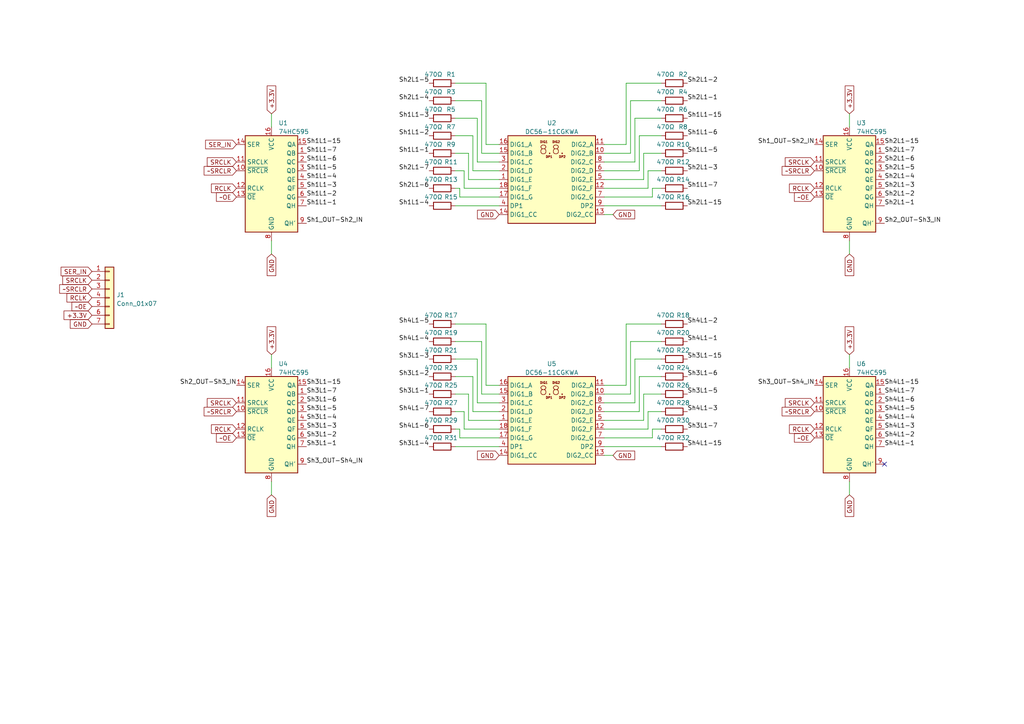
<source format=kicad_sch>
(kicad_sch (version 20211123) (generator eeschema)
  (paper "A4")
  (lib_symbols
    (symbol "74xx:74HC595"
      (property "Reference" "U" (at -7.62 13.97 0))
      (property "Value" "74HC595" (at -7.62 -16.51 0))
      (symbol "74HC595_1_0"
        (pin tri_state line (at 10.16 7.62 180) (length 2.54) (name "QB") (number "1"))
        (pin input line (at -10.16 2.54 0) (length 2.54) (name "~{SRCLR}") (number "10"))
        (pin input line (at -10.16 5.08 0) (length 2.54) (name "SRCLK") (number "11"))
        (pin input line (at -10.16 -2.54 0) (length 2.54) (name "RCLK") (number "12"))
        (pin input line (at -10.16 -5.08 0) (length 2.54) (name "~{OE}") (number "13"))
        (pin input line (at -10.16 10.16 0) (length 2.54) (name "SER") (number "14"))
        (pin tri_state line (at 10.16 10.16 180) (length 2.54) (name "QA") (number "15"))
        (pin power_in line (at 0 15.24 270) (length 2.54) (name "VCC") (number "16"))
        (pin tri_state line (at 10.16 5.08 180) (length 2.54) (name "QC") (number "2"))
        (pin tri_state line (at 10.16 2.54 180) (length 2.54) (name "QD") (number "3"))
        (pin tri_state line (at 10.16 0 180) (length 2.54) (name "QE") (number "4"))
        (pin tri_state line (at 10.16 -2.54 180) (length 2.54) (name "QF") (number "5"))
        (pin tri_state line (at 10.16 -5.08 180) (length 2.54) (name "QG") (number "6"))
        (pin tri_state line (at 10.16 -7.62 180) (length 2.54) (name "QH") (number "7"))
        (pin power_in line (at 0 -17.78 90) (length 2.54) (name "GND") (number "8"))
        (pin output line (at 10.16 -12.7 180) (length 2.54) (name "QH'") (number "9"))
      )
      (symbol "74HC595_1_1"
        (rectangle (start -7.62 12.7) (end 7.62 -15.24) (stroke (width 0.254)) (fill (type background)))
      )
    )
    (symbol "Connector_Generic:Conn_01x07" (pin_names (offset 1.016) hide)
      (property "Reference" "J" (at 0 10.16 0))
      (property "Value" "Conn_01x07" (at 0 -10.16 0))
      (symbol "Conn_01x07_1_1"
        (rectangle (start -1.27 -7.493) (end 0 -7.747) (stroke (width 0.1524)))
        (rectangle (start -1.27 -4.953) (end 0 -5.207) (stroke (width 0.1524)))
        (rectangle (start -1.27 -2.413) (end 0 -2.667) (stroke (width 0.1524)))
        (rectangle (start -1.27 0.127) (end 0 -0.127) (stroke (width 0.1524)))
        (rectangle (start -1.27 2.667) (end 0 2.413) (stroke (width 0.1524)))
        (rectangle (start -1.27 5.207) (end 0 4.953) (stroke (width 0.1524)))
        (rectangle (start -1.27 7.747) (end 0 7.493) (stroke (width 0.1524)))
        (rectangle (start -1.27 8.89) (end 1.27 -8.89) (stroke (width 0.254)) (fill (type background)))
        (pin passive line (at -5.08 7.62 0) (length 3.81) (name "Pin_1") (number "1"))
        (pin passive line (at -5.08 5.08 0) (length 3.81) (name "Pin_2") (number "2"))
        (pin passive line (at -5.08 2.54 0) (length 3.81) (name "Pin_3") (number "3"))
        (pin passive line (at -5.08 0 0) (length 3.81) (name "Pin_4") (number "4"))
        (pin passive line (at -5.08 -2.54 0) (length 3.81) (name "Pin_5") (number "5"))
        (pin passive line (at -5.08 -5.08 0) (length 3.81) (name "Pin_6") (number "6"))
        (pin passive line (at -5.08 -7.62 0) (length 3.81) (name "Pin_7") (number "7"))
      )
    )
    (symbol "Device:R" (pin_numbers hide) (pin_names (offset 0))
      (property "Reference" "R" (at 2.032 0 90))
      (property "Value" "R" (at 0 0 90))
      (symbol "R_0_1"
        (rectangle (start -1.016 -2.54) (end 1.016 2.54) (stroke (width 0.254)))
      )
      (symbol "R_1_1"
        (pin passive line (at 0 3.81 270) (length 1.27) (name "~") (number "1"))
        (pin passive line (at 0 -3.81 90) (length 1.27) (name "~") (number "2"))
      )
    )
    (symbol "Display_Character:DC56-11CGKWA"
      (property "Reference" "U" (at -11.43 13.97 0))
      (property "Value" "DC56-11CGKWA" (at 12.065 13.97 0))
      (symbol "DC56-11CGKWA_0_0"
        (text "8.8." (at 0 8.636 0) (effects (font (size 2.54 2.54))))
        (text "DIG1" (at -2.286 10.922 0) (effects (font (size 0.635 0.635))))
        (text "DIG2" (at 1.27 10.922 0) (effects (font (size 0.635 0.635))))
        (text "DP1" (at -0.762 6.604 0) (effects (font (size 0.635 0.635))))
        (text "DP2" (at 3.048 6.604 0) (effects (font (size 0.635 0.635))))
      )
      (symbol "DC56-11CGKWA_0_1"
        (rectangle (start -12.7 12.7) (end 12.7 -12.7) (stroke (width 0.254)) (fill (type background)))
      )
      (symbol "DC56-11CGKWA_1_1"
        (pin input line (at -15.24 0 0) (length 2.54) (name "DIG1_E") (number "1"))
        (pin input line (at 15.24 7.62 180) (length 2.54) (name "DIG2_B") (number "10"))
        (pin input line (at 15.24 10.16 180) (length 2.54) (name "DIG2_A") (number "11"))
        (pin input line (at 15.24 -2.54 180) (length 2.54) (name "DIG2_F") (number "12"))
        (pin input line (at 15.24 -10.16 180) (length 2.54) (name "DIG2_CC") (number "13"))
        (pin input line (at -15.24 -10.16 0) (length 2.54) (name "DIG1_CC") (number "14"))
        (pin input line (at -15.24 7.62 0) (length 2.54) (name "DIG1_B") (number "15"))
        (pin input line (at -15.24 10.16 0) (length 2.54) (name "DIG1_A") (number "16"))
        (pin input line (at -15.24 -5.08 0) (length 2.54) (name "DIG1_G") (number "17"))
        (pin input line (at -15.24 -2.54 0) (length 2.54) (name "DIG1_F") (number "18"))
        (pin input line (at -15.24 2.54 0) (length 2.54) (name "DIG1_D") (number "2"))
        (pin input line (at -15.24 5.08 0) (length 2.54) (name "DIG1_C") (number "3"))
        (pin input line (at -15.24 -7.62 0) (length 2.54) (name "DP1") (number "4"))
        (pin input line (at 15.24 0 180) (length 2.54) (name "DIG2_E") (number "5"))
        (pin input line (at 15.24 2.54 180) (length 2.54) (name "DIG2_D") (number "6"))
        (pin input line (at 15.24 -5.08 180) (length 2.54) (name "DIG2_G") (number "7"))
        (pin input line (at 15.24 5.08 180) (length 2.54) (name "DIG2_C") (number "8"))
        (pin input line (at 15.24 -7.62 180) (length 2.54) (name "DP2") (number "9"))
      )
    )
  )
  (no_connect (at 256.54 134.62))
  (wire (pts (xy 181.61 24.13) (xy 191.77 24.13)))
  (wire (pts (xy 140.97 24.13) (xy 140.97 41.91)))
  (wire (pts (xy 139.7 29.21) (xy 139.7 44.45)))
  (wire (pts (xy 132.08 39.37) (xy 137.16 39.37)))
  (wire (pts (xy 132.08 109.22) (xy 137.16 109.22)))
  (wire (pts (xy 134.62 124.46) (xy 144.78 124.46)))
  (wire (pts (xy 186.69 52.07) (xy 186.69 44.45)))
  (wire (pts (xy 175.26 62.23) (xy 177.8 62.23)))
  (wire (pts (xy 132.08 49.53) (xy 134.62 49.53)))
  (wire (pts (xy 78.74 69.85) (xy 78.74 73.66)))
  (wire (pts (xy 185.42 39.37) (xy 191.77 39.37)))
  (wire (pts (xy 181.61 41.91) (xy 181.61 24.13)))
  (wire (pts (xy 187.96 49.53) (xy 191.77 49.53)))
  (wire (pts (xy 246.38 102.87) (xy 246.38 106.68)))
  (wire (pts (xy 138.43 46.99) (xy 144.78 46.99)))
  (wire (pts (xy 189.23 124.46) (xy 191.77 124.46)))
  (wire (pts (xy 175.26 57.15) (xy 189.23 57.15)))
  (wire (pts (xy 184.15 46.99) (xy 184.15 34.29)))
  (wire (pts (xy 182.88 29.21) (xy 191.77 29.21)))
  (wire (pts (xy 184.15 116.84) (xy 184.15 104.14)))
  (wire (pts (xy 189.23 54.61) (xy 191.77 54.61)))
  (wire (pts (xy 246.38 69.85) (xy 246.38 73.66)))
  (wire (pts (xy 137.16 39.37) (xy 137.16 49.53)))
  (wire (pts (xy 185.42 119.38) (xy 185.42 109.22)))
  (wire (pts (xy 133.35 124.46) (xy 133.35 127)))
  (wire (pts (xy 134.62 54.61) (xy 144.78 54.61)))
  (wire (pts (xy 185.42 49.53) (xy 185.42 39.37)))
  (wire (pts (xy 138.43 34.29) (xy 138.43 46.99)))
  (wire (pts (xy 132.08 93.98) (xy 140.97 93.98)))
  (wire (pts (xy 184.15 34.29) (xy 191.77 34.29)))
  (wire (pts (xy 175.26 132.08) (xy 177.8 132.08)))
  (wire (pts (xy 175.26 41.91) (xy 181.61 41.91)))
  (wire (pts (xy 175.26 129.54) (xy 191.77 129.54)))
  (wire (pts (xy 138.43 116.84) (xy 144.78 116.84)))
  (wire (pts (xy 185.42 109.22) (xy 191.77 109.22)))
  (wire (pts (xy 189.23 127) (xy 189.23 124.46)))
  (wire (pts (xy 139.7 44.45) (xy 144.78 44.45)))
  (wire (pts (xy 246.38 33.02) (xy 246.38 36.83)))
  (wire (pts (xy 132.08 119.38) (xy 134.62 119.38)))
  (wire (pts (xy 186.69 44.45) (xy 191.77 44.45)))
  (wire (pts (xy 133.35 127) (xy 144.78 127)))
  (wire (pts (xy 132.08 59.69) (xy 144.78 59.69)))
  (wire (pts (xy 187.96 119.38) (xy 191.77 119.38)))
  (wire (pts (xy 175.26 59.69) (xy 191.77 59.69)))
  (wire (pts (xy 175.26 119.38) (xy 185.42 119.38)))
  (wire (pts (xy 132.08 24.13) (xy 140.97 24.13)))
  (wire (pts (xy 182.88 114.3) (xy 182.88 99.06)))
  (wire (pts (xy 138.43 104.14) (xy 138.43 116.84)))
  (wire (pts (xy 139.7 99.06) (xy 139.7 114.3)))
  (wire (pts (xy 134.62 119.38) (xy 134.62 124.46)))
  (wire (pts (xy 187.96 54.61) (xy 187.96 49.53)))
  (wire (pts (xy 175.26 54.61) (xy 187.96 54.61)))
  (wire (pts (xy 139.7 114.3) (xy 144.78 114.3)))
  (wire (pts (xy 175.26 49.53) (xy 185.42 49.53)))
  (wire (pts (xy 132.08 29.21) (xy 139.7 29.21)))
  (wire (pts (xy 78.74 139.7) (xy 78.74 143.51)))
  (wire (pts (xy 186.69 114.3) (xy 191.77 114.3)))
  (wire (pts (xy 137.16 49.53) (xy 144.78 49.53)))
  (wire (pts (xy 132.08 124.46) (xy 133.35 124.46)))
  (wire (pts (xy 175.26 52.07) (xy 186.69 52.07)))
  (wire (pts (xy 182.88 44.45) (xy 182.88 29.21)))
  (wire (pts (xy 132.08 44.45) (xy 135.89 44.45)))
  (wire (pts (xy 132.08 34.29) (xy 138.43 34.29)))
  (wire (pts (xy 175.26 114.3) (xy 182.88 114.3)))
  (wire (pts (xy 182.88 99.06) (xy 191.77 99.06)))
  (wire (pts (xy 175.26 127) (xy 189.23 127)))
  (wire (pts (xy 181.61 111.76) (xy 181.61 93.98)))
  (wire (pts (xy 134.62 49.53) (xy 134.62 54.61)))
  (wire (pts (xy 175.26 46.99) (xy 184.15 46.99)))
  (wire (pts (xy 132.08 114.3) (xy 135.89 114.3)))
  (wire (pts (xy 181.61 93.98) (xy 191.77 93.98)))
  (wire (pts (xy 78.74 33.02) (xy 78.74 36.83)))
  (wire (pts (xy 132.08 129.54) (xy 144.78 129.54)))
  (wire (pts (xy 135.89 44.45) (xy 135.89 52.07)))
  (wire (pts (xy 135.89 121.92) (xy 144.78 121.92)))
  (wire (pts (xy 175.26 111.76) (xy 181.61 111.76)))
  (wire (pts (xy 186.69 121.92) (xy 186.69 114.3)))
  (wire (pts (xy 246.38 139.7) (xy 246.38 143.51)))
  (wire (pts (xy 175.26 121.92) (xy 186.69 121.92)))
  (wire (pts (xy 189.23 57.15) (xy 189.23 54.61)))
  (wire (pts (xy 175.26 116.84) (xy 184.15 116.84)))
  (wire (pts (xy 135.89 52.07) (xy 144.78 52.07)))
  (wire (pts (xy 135.89 114.3) (xy 135.89 121.92)))
  (wire (pts (xy 175.26 124.46) (xy 187.96 124.46)))
  (wire (pts (xy 137.16 119.38) (xy 144.78 119.38)))
  (wire (pts (xy 132.08 104.14) (xy 138.43 104.14)))
  (wire (pts (xy 140.97 41.91) (xy 144.78 41.91)))
  (wire (pts (xy 175.26 44.45) (xy 182.88 44.45)))
  (wire (pts (xy 133.35 57.15) (xy 144.78 57.15)))
  (wire (pts (xy 137.16 109.22) (xy 137.16 119.38)))
  (wire (pts (xy 78.74 102.87) (xy 78.74 106.68)))
  (wire (pts (xy 140.97 93.98) (xy 140.97 111.76)))
  (wire (pts (xy 132.08 54.61) (xy 133.35 54.61)))
  (wire (pts (xy 187.96 124.46) (xy 187.96 119.38)))
  (wire (pts (xy 133.35 54.61) (xy 133.35 57.15)))
  (wire (pts (xy 184.15 104.14) (xy 191.77 104.14)))
  (wire (pts (xy 132.08 99.06) (xy 139.7 99.06)))
  (wire (pts (xy 140.97 111.76) (xy 144.78 111.76)))
  (label "Sh3L1-15" (at 88.9 111.76 0))
  (label "Sh1L1-15" (at 199.39 34.29 0))
  (label "Sh2L1-5" (at 124.46 24.13 180))
  (label "Sh4L1-4" (at 256.54 121.92 0))
  (label "Sh1L1-1" (at 88.9 59.69 0))
  (label "Sh2L1-1" (at 199.39 29.21 0))
  (label "Sh2L1-5" (at 256.54 49.53 0))
  (label "Sh1L1-1" (at 124.46 44.45 180))
  (label "Sh3L1-4" (at 124.46 129.54 180))
  (label "Sh3L1-1" (at 88.9 129.54 0))
  (label "Sh2L1-15" (at 256.54 41.91 0))
  (label "Sh3L1-5" (at 199.39 114.3 0))
  (label "Sh3_OUT-Sh4_IN" (at 88.9 134.62 0))
  (label "Sh2_OUT-Sh3_IN" (at 256.54 64.77 0))
  (label "Sh3L1-5" (at 88.9 119.38 0))
  (label "Sh1L1-3" (at 88.9 54.61 0))
  (label "Sh1L1-15" (at 88.9 41.91 0))
  (label "Sh2L1-2" (at 199.39 24.13 0))
  (label "Sh4L1-3" (at 256.54 124.46 0))
  (label "Sh3L1-2" (at 88.9 127 0))
  (label "Sh3L1-1" (at 124.46 114.3 180))
  (label "Sh4L1-7" (at 256.54 114.3 0))
  (label "Sh1_OUT-Sh2_IN" (at 88.9 64.77 0))
  (label "Sh2L1-4" (at 256.54 52.07 0))
  (label "Sh4L1-15" (at 199.39 129.54 0))
  (label "Sh4L1-5" (at 124.46 93.98 180))
  (label "Sh2L1-1" (at 256.54 59.69 0))
  (label "Sh3L1-15" (at 199.39 104.14 0))
  (label "Sh3_OUT-Sh4_IN" (at 236.22 111.76 180))
  (label "Sh1L1-6" (at 199.39 39.37 0))
  (label "Sh3L1-7" (at 88.9 114.3 0))
  (label "Sh4L1-5" (at 256.54 119.38 0))
  (label "Sh3L1-3" (at 88.9 124.46 0))
  (label "Sh3L1-6" (at 199.39 109.22 0))
  (label "Sh1L1-7" (at 88.9 44.45 0))
  (label "Sh4L1-6" (at 256.54 116.84 0))
  (label "Sh3L1-2" (at 124.46 109.22 180))
  (label "Sh1L1-2" (at 124.46 39.37 180))
  (label "Sh1_OUT-Sh2_IN" (at 236.22 41.91 180))
  (label "Sh1L1-2" (at 88.9 57.15 0))
  (label "Sh2L1-7" (at 124.46 49.53 180))
  (label "Sh3L1-6" (at 88.9 116.84 0))
  (label "Sh2L1-3" (at 256.54 54.61 0))
  (label "Sh4L1-2" (at 199.39 93.98 0))
  (label "Sh4L1-2" (at 256.54 127 0))
  (label "Sh2L1-6" (at 256.54 46.99 0))
  (label "Sh2L1-3" (at 199.39 49.53 0))
  (label "Sh3L1-3" (at 124.46 104.14 180))
  (label "Sh3L1-4" (at 88.9 121.92 0))
  (label "Sh4L1-15" (at 256.54 111.76 0))
  (label "Sh4L1-6" (at 124.46 124.46 180))
  (label "Sh2_OUT-Sh3_IN" (at 68.58 111.76 180))
  (label "Sh2L1-15" (at 199.39 59.69 0))
  (label "Sh1L1-3" (at 124.46 34.29 180))
  (label "Sh1L1-4" (at 124.46 59.69 180))
  (label "Sh1L1-5" (at 199.39 44.45 0))
  (label "Sh1L1-4" (at 88.9 52.07 0))
  (label "Sh4L1-4" (at 124.46 99.06 180))
  (label "Sh4L1-1" (at 256.54 129.54 0))
  (label "Sh2L1-4" (at 124.46 29.21 180))
  (label "Sh1L1-5" (at 88.9 49.53 0))
  (label "Sh4L1-7" (at 124.46 119.38 180))
  (label "Sh3L1-7" (at 199.39 124.46 0))
  (label "Sh1L1-6" (at 88.9 46.99 0))
  (label "Sh4L1-1" (at 199.39 99.06 0))
  (label "Sh1L1-7" (at 199.39 54.61 0))
  (label "Sh4L1-3" (at 199.39 119.38 0))
  (label "Sh2L1-6" (at 124.46 54.61 180))
  (label "Sh2L1-2" (at 256.54 57.15 0))
  (label "Sh2L1-7" (at 256.54 44.45 0))
  (global_label "GND" (shape input) (at 246.38 73.66 270) (property "Intersheet References" "${INTERSHEET_REFS}" (effects hide)))
  (global_label "GND" (shape input) (at 144.78 62.23 180) (property "Intersheet References" "${INTERSHEET_REFS}" (effects hide)))
  (global_label "RCLK" (shape input) (at 236.22 124.46 180) (property "Intersheet References" "${INTERSHEET_REFS}" (effects hide)))
  (global_label "SER_IN" (shape input) (at 26.67 78.74 180) (property "Intersheet References" "${INTERSHEET_REFS}" (effects hide)))
  (global_label "SRCLK" (shape input) (at 68.58 116.84 180) (property "Intersheet References" "${INTERSHEET_REFS}" (effects hide)))
  (global_label "GND" (shape input) (at 246.38 143.51 270) (property "Intersheet References" "${INTERSHEET_REFS}" (effects hide)))
  (global_label "RCLK" (shape input) (at 68.58 54.61 180) (property "Intersheet References" "${INTERSHEET_REFS}" (effects hide)))
  (global_label "GND" (shape input) (at 177.8 132.08 0) (property "Intersheet References" "${INTERSHEET_REFS}" (effects hide)))
  (global_label "GND" (shape input) (at 144.78 132.08 180) (property "Intersheet References" "${INTERSHEET_REFS}" (effects hide)))
  (global_label "+3.3V" (shape input) (at 246.38 102.87 90) (property "Intersheet References" "${INTERSHEET_REFS}" (effects hide)))
  (global_label "RCLK" (shape input) (at 236.22 54.61 180) (property "Intersheet References" "${INTERSHEET_REFS}" (effects hide)))
  (global_label "+3.3V" (shape input) (at 246.38 33.02 90) (property "Intersheet References" "${INTERSHEET_REFS}" (effects hide)))
  (global_label "GND" (shape input) (at 177.8 62.23 0) (property "Intersheet References" "${INTERSHEET_REFS}" (effects hide)))
  (global_label "~OE" (shape input) (at 68.58 57.15 180) (property "Intersheet References" "${INTERSHEET_REFS}" (effects hide)))
  (global_label "SRCLK" (shape input) (at 68.58 46.99 180) (property "Intersheet References" "${INTERSHEET_REFS}" (effects hide)))
  (global_label "SRCLK" (shape input) (at 236.22 116.84 180) (property "Intersheet References" "${INTERSHEET_REFS}" (effects hide)))
  (global_label "GND" (shape input) (at 78.74 143.51 270) (property "Intersheet References" "${INTERSHEET_REFS}" (effects hide)))
  (global_label "+3.3V" (shape input) (at 78.74 102.87 90) (property "Intersheet References" "${INTERSHEET_REFS}" (effects hide)))
  (global_label "~SRCLR" (shape input) (at 26.67 83.82 180) (property "Intersheet References" "${INTERSHEET_REFS}" (effects hide)))
  (global_label "GND" (shape input) (at 78.74 73.66 270) (property "Intersheet References" "${INTERSHEET_REFS}" (effects hide)))
  (global_label "~OE" (shape input) (at 236.22 57.15 180) (property "Intersheet References" "${INTERSHEET_REFS}" (effects hide)))
  (global_label "~SRCLR" (shape input) (at 236.22 49.53 180) (property "Intersheet References" "${INTERSHEET_REFS}" (effects hide)))
  (global_label "SRCLK" (shape input) (at 26.67 81.28 180) (property "Intersheet References" "${INTERSHEET_REFS}" (effects hide)))
  (global_label "~SRCLR" (shape input) (at 236.22 119.38 180) (property "Intersheet References" "${INTERSHEET_REFS}" (effects hide)))
  (global_label "~SRCLR" (shape input) (at 68.58 49.53 180) (property "Intersheet References" "${INTERSHEET_REFS}" (effects hide)))
  (global_label "~SRCLR" (shape input) (at 68.58 119.38 180) (property "Intersheet References" "${INTERSHEET_REFS}" (effects hide)))
  (global_label "GND" (shape input) (at 26.67 93.98 180) (property "Intersheet References" "${INTERSHEET_REFS}" (effects hide)))
  (global_label "+3.3V" (shape input) (at 26.67 91.44 180) (property "Intersheet References" "${INTERSHEET_REFS}" (effects hide)))
  (global_label "~OE" (shape input) (at 68.58 127 180) (property "Intersheet References" "${INTERSHEET_REFS}" (effects hide)))
  (global_label "RCLK" (shape input) (at 26.67 86.36 180) (property "Intersheet References" "${INTERSHEET_REFS}" (effects hide)))
  (global_label "SRCLK" (shape input) (at 236.22 46.99 180) (property "Intersheet References" "${INTERSHEET_REFS}" (effects hide)))
  (global_label "SER_IN" (shape input) (at 68.58 41.91 180) (property "Intersheet References" "${INTERSHEET_REFS}" (effects hide)))
  (global_label "~OE" (shape input) (at 236.22 127 180) (property "Intersheet References" "${INTERSHEET_REFS}" (effects hide)))
  (global_label "RCLK" (shape input) (at 68.58 124.46 180) (property "Intersheet References" "${INTERSHEET_REFS}" (effects hide)))
  (global_label "~OE" (shape input) (at 26.67 88.9 180) (property "Intersheet References" "${INTERSHEET_REFS}" (effects hide)))
  (global_label "+3.3V" (shape input) (at 78.74 33.02 90) (property "Intersheet References" "${INTERSHEET_REFS}" (effects hide)))
  (symbol (lib_id "Device:R") (at 195.58 129.54 90) (unit 1)
    (property "Reference" "R32" (at 198.12 127 90))
    (property "Value" "470Ω" (at 193.04 127 90))
    (property "Footprint" "Resistor_SMD:R_0603_1608Metric_Pad0.98x0.95mm_HandSolder" (effects hide))
  )
  (symbol (lib_id "Device:R") (at 128.27 109.22 90) (unit 1)
    (property "Reference" "R23" (at 130.81 106.68 90))
    (property "Value" "470Ω" (at 125.73 106.68 90))
    (property "Footprint" "Resistor_SMD:R_0603_1608Metric_Pad0.98x0.95mm_HandSolder" (effects hide))
  )
  (symbol (lib_id "Device:R") (at 128.27 129.54 90) (unit 1)
    (property "Reference" "R31" (at 130.81 127 90))
    (property "Value" "470Ω" (at 125.73 127 90))
    (property "Footprint" "Resistor_SMD:R_0603_1608Metric_Pad0.98x0.95mm_HandSolder" (effects hide))
  )
  (symbol (lib_id "Device:R") (at 195.58 119.38 90) (unit 1)
    (property "Reference" "R28" (at 198.12 116.84 90))
    (property "Value" "470Ω" (at 193.04 116.84 90))
    (property "Footprint" "Resistor_SMD:R_0603_1608Metric_Pad0.98x0.95mm_HandSolder" (effects hide))
  )
  (symbol (lib_id "Device:R") (at 195.58 49.53 90) (unit 1)
    (property "Reference" "R12" (at 198.12 46.99 90))
    (property "Value" "470Ω" (at 193.04 46.99 90))
    (property "Footprint" "Resistor_SMD:R_0603_1608Metric_Pad0.98x0.95mm_HandSolder" (effects hide))
  )
  (symbol (lib_id "Device:R") (at 195.58 24.13 90) (unit 1)
    (property "Reference" "R2" (at 198.12 21.59 90))
    (property "Value" "470Ω" (at 193.04 21.59 90))
    (property "Footprint" "Resistor_SMD:R_0603_1608Metric_Pad0.98x0.95mm_HandSolder" (effects hide))
  )
  (symbol (lib_id "Device:R") (at 195.58 29.21 90) (unit 1)
    (property "Reference" "R4" (at 198.12 26.67 90))
    (property "Value" "470Ω" (at 193.04 26.67 90))
    (property "Footprint" "Resistor_SMD:R_0603_1608Metric_Pad0.98x0.95mm_HandSolder" (effects hide))
  )
  (symbol (lib_id "Device:R") (at 195.58 124.46 90) (unit 1)
    (property "Reference" "R30" (at 198.12 121.92 90))
    (property "Value" "470Ω" (at 193.04 121.92 90))
    (property "Footprint" "Resistor_SMD:R_0603_1608Metric_Pad0.98x0.95mm_HandSolder" (effects hide))
  )
  (symbol (lib_id "Device:R") (at 195.58 39.37 90) (unit 1)
    (property "Reference" "R8" (at 198.12 36.83 90))
    (property "Value" "470Ω" (at 193.04 36.83 90))
    (property "Footprint" "Resistor_SMD:R_0603_1608Metric_Pad0.98x0.95mm_HandSolder" (effects hide))
  )
  (symbol (lib_id "Display_Character:DC56-11CGKWA") (at 160.02 121.92 0) (unit 1)
    (property "Reference" "U5" (at 160.02 105.5202 0))
    (property "Value" "DC56-11CGKWA" (at 160.02 108.0571 0))
    (property "Footprint" "Display_7Segment:DA56-11CGKWA" (effects hide))
    (property "Datasheet" "http://www.kingbright.com/attachments/file/psearch/000/00/00/DC56-11CGKWA(Ver.7A).pdf" (effects hide))
  )
  (symbol (lib_id "74xx:74HC595") (at 78.74 121.92 0) (unit 1)
    (property "Reference" "U4" (at 80.7594 105.5202 0) (effects (justify left)))
    (property "Value" "74HC595" (at 80.7594 108.0571 0) (effects (justify left)))
    (property "Footprint" "Package_SO:SO-16_3.9x9.9mm_P1.27mm" (effects hide))
    (property "Datasheet" "http://www.ti.com/lit/ds/symlink/sn74hc595.pdf" (effects hide))
  )
  (symbol (lib_id "74xx:74HC595") (at 246.38 52.07 0) (unit 1)
    (property "Reference" "U3" (at 248.3994 35.6702 0) (effects (justify left)))
    (property "Value" "74HC595" (at 248.3994 38.2071 0) (effects (justify left)))
    (property "Footprint" "Package_SO:SO-16_3.9x9.9mm_P1.27mm" (effects hide))
    (property "Datasheet" "http://www.ti.com/lit/ds/symlink/sn74hc595.pdf" (effects hide))
  )
  (symbol (lib_id "Device:R") (at 128.27 24.13 90) (unit 1)
    (property "Reference" "R1" (at 130.81 21.59 90))
    (property "Value" "470Ω" (at 125.73 21.59 90))
    (property "Footprint" "Resistor_SMD:R_0603_1608Metric_Pad0.98x0.95mm_HandSolder" (effects hide))
  )
  (symbol (lib_id "Device:R") (at 128.27 29.21 90) (unit 1)
    (property "Reference" "R3" (at 130.81 26.67 90))
    (property "Value" "470Ω" (at 125.73 26.67 90))
    (property "Footprint" "Resistor_SMD:R_0603_1608Metric_Pad0.98x0.95mm_HandSolder" (effects hide))
  )
  (symbol (lib_id "Device:R") (at 195.58 99.06 90) (unit 1)
    (property "Reference" "R20" (at 198.12 96.52 90))
    (property "Value" "470Ω" (at 193.04 96.52 90))
    (property "Footprint" "Resistor_SMD:R_0603_1608Metric_Pad0.98x0.95mm_HandSolder" (effects hide))
  )
  (symbol (lib_id "Device:R") (at 128.27 39.37 90) (unit 1)
    (property "Reference" "R7" (at 130.81 36.83 90))
    (property "Value" "470Ω" (at 125.73 36.83 90))
    (property "Footprint" "Resistor_SMD:R_0603_1608Metric_Pad0.98x0.95mm_HandSolder" (effects hide))
  )
  (symbol (lib_id "Device:R") (at 195.58 44.45 90) (unit 1)
    (property "Reference" "R10" (at 198.12 41.91 90))
    (property "Value" "470Ω" (at 193.04 41.91 90))
    (property "Footprint" "Resistor_SMD:R_0603_1608Metric_Pad0.98x0.95mm_HandSolder" (effects hide))
  )
  (symbol (lib_id "Device:R") (at 195.58 54.61 90) (unit 1)
    (property "Reference" "R14" (at 198.12 52.07 90))
    (property "Value" "470Ω" (at 193.04 52.07 90))
    (property "Footprint" "Resistor_SMD:R_0603_1608Metric_Pad0.98x0.95mm_HandSolder" (effects hide))
  )
  (symbol (lib_id "Connector_Generic:Conn_01x07") (at 31.75 86.36 0) (unit 1)
    (property "Reference" "J1" (at 33.782 85.5253 0) (effects (justify left)))
    (property "Value" "Conn_01x07" (at 33.782 88.0622 0) (effects (justify left)))
    (property "Footprint" "Connector_PinHeader_2.54mm:PinHeader_1x07_P2.54mm_Vertical" (effects hide))
  )
  (symbol (lib_id "Device:R") (at 128.27 44.45 90) (unit 1)
    (property "Reference" "R9" (at 130.81 41.91 90))
    (property "Value" "470Ω" (at 125.73 41.91 90))
    (property "Footprint" "Resistor_SMD:R_0603_1608Metric_Pad0.98x0.95mm_HandSolder" (effects hide))
  )
  (symbol (lib_id "Device:R") (at 195.58 59.69 90) (unit 1)
    (property "Reference" "R16" (at 198.12 57.15 90))
    (property "Value" "470Ω" (at 193.04 57.15 90))
    (property "Footprint" "Resistor_SMD:R_0603_1608Metric_Pad0.98x0.95mm_HandSolder" (effects hide))
  )
  (symbol (lib_id "74xx:74HC595") (at 246.38 121.92 0) (unit 1)
    (property "Reference" "U6" (at 248.3994 105.5202 0) (effects (justify left)))
    (property "Value" "74HC595" (at 248.3994 108.0571 0) (effects (justify left)))
    (property "Footprint" "Package_SO:SO-16_3.9x9.9mm_P1.27mm" (effects hide))
    (property "Datasheet" "http://www.ti.com/lit/ds/symlink/sn74hc595.pdf" (effects hide))
  )
  (symbol (lib_id "Device:R") (at 128.27 124.46 90) (unit 1)
    (property "Reference" "R29" (at 130.81 121.92 90))
    (property "Value" "470Ω" (at 125.73 121.92 90))
    (property "Footprint" "Resistor_SMD:R_0603_1608Metric_Pad0.98x0.95mm_HandSolder" (effects hide))
  )
  (symbol (lib_id "Device:R") (at 195.58 109.22 90) (unit 1)
    (property "Reference" "R24" (at 198.12 106.68 90))
    (property "Value" "470Ω" (at 193.04 106.68 90))
    (property "Footprint" "Resistor_SMD:R_0603_1608Metric_Pad0.98x0.95mm_HandSolder" (effects hide))
  )
  (symbol (lib_id "Device:R") (at 195.58 34.29 90) (unit 1)
    (property "Reference" "R6" (at 198.12 31.75 90))
    (property "Value" "470Ω" (at 193.04 31.75 90))
    (property "Footprint" "Resistor_SMD:R_0603_1608Metric_Pad0.98x0.95mm_HandSolder" (effects hide))
  )
  (symbol (lib_id "Device:R") (at 128.27 34.29 90) (unit 1)
    (property "Reference" "R5" (at 130.81 31.75 90))
    (property "Value" "470Ω" (at 125.73 31.75 90))
    (property "Footprint" "Resistor_SMD:R_0603_1608Metric_Pad0.98x0.95mm_HandSolder" (effects hide))
  )
  (symbol (lib_id "74xx:74HC595") (at 78.74 52.07 0) (unit 1)
    (property "Reference" "U1" (at 80.7594 35.6702 0) (effects (justify left)))
    (property "Value" "74HC595" (at 80.7594 38.2071 0) (effects (justify left)))
    (property "Footprint" "Package_SO:SO-16_3.9x9.9mm_P1.27mm" (effects hide))
    (property "Datasheet" "http://www.ti.com/lit/ds/symlink/sn74hc595.pdf" (effects hide))
  )
  (symbol (lib_id "Device:R") (at 128.27 93.98 90) (unit 1)
    (property "Reference" "R17" (at 130.81 91.44 90))
    (property "Value" "470Ω" (at 125.73 91.44 90))
    (property "Footprint" "Resistor_SMD:R_0603_1608Metric_Pad0.98x0.95mm_HandSolder" (effects hide))
  )
  (symbol (lib_id "Device:R") (at 128.27 59.69 90) (unit 1)
    (property "Reference" "R15" (at 130.81 57.15 90))
    (property "Value" "470Ω" (at 125.73 57.15 90))
    (property "Footprint" "Resistor_SMD:R_0603_1608Metric_Pad0.98x0.95mm_HandSolder" (effects hide))
  )
  (symbol (lib_id "Device:R") (at 195.58 104.14 90) (unit 1)
    (property "Reference" "R22" (at 198.12 101.6 90))
    (property "Value" "470Ω" (at 193.04 101.6 90))
    (property "Footprint" "Resistor_SMD:R_0603_1608Metric_Pad0.98x0.95mm_HandSolder" (effects hide))
  )
  (symbol (lib_id "Display_Character:DC56-11CGKWA") (at 160.02 52.07 0) (unit 1)
    (property "Reference" "U2" (at 160.02 35.6702 0))
    (property "Value" "DC56-11CGKWA" (at 160.02 38.2071 0))
    (property "Footprint" "Display_7Segment:DA56-11CGKWA" (effects hide))
    (property "Datasheet" "http://www.kingbright.com/attachments/file/psearch/000/00/00/DC56-11CGKWA(Ver.7A).pdf" (effects hide))
  )
  (symbol (lib_id "Device:R") (at 128.27 49.53 90) (unit 1)
    (property "Reference" "R11" (at 130.81 46.99 90))
    (property "Value" "470Ω" (at 125.73 46.99 90))
    (property "Footprint" "Resistor_SMD:R_0603_1608Metric_Pad0.98x0.95mm_HandSolder" (effects hide))
  )
  (symbol (lib_id "Device:R") (at 195.58 93.98 90) (unit 1)
    (property "Reference" "R18" (at 198.12 91.44 90))
    (property "Value" "470Ω" (at 193.04 91.44 90))
    (property "Footprint" "Resistor_SMD:R_0603_1608Metric_Pad0.98x0.95mm_HandSolder" (effects hide))
  )
  (symbol (lib_id "Device:R") (at 195.58 114.3 90) (unit 1)
    (property "Reference" "R26" (at 198.12 111.76 90))
    (property "Value" "470Ω" (at 193.04 111.76 90))
    (property "Footprint" "Resistor_SMD:R_0603_1608Metric_Pad0.98x0.95mm_HandSolder" (effects hide))
  )
  (symbol (lib_id "Device:R") (at 128.27 99.06 90) (unit 1)
    (property "Reference" "R19" (at 130.81 96.52 90))
    (property "Value" "470Ω" (at 125.73 96.52 90))
    (property "Footprint" "Resistor_SMD:R_0603_1608Metric_Pad0.98x0.95mm_HandSolder" (effects hide))
  )
  (symbol (lib_id "Device:R") (at 128.27 104.14 90) (unit 1)
    (property "Reference" "R21" (at 130.81 101.6 90))
    (property "Value" "470Ω" (at 125.73 101.6 90))
    (property "Footprint" "Resistor_SMD:R_0603_1608Metric_Pad0.98x0.95mm_HandSolder" (effects hide))
  )
  (symbol (lib_id "Device:R") (at 128.27 119.38 90) (unit 1)
    (property "Reference" "R27" (at 130.81 116.84 90))
    (property "Value" "470Ω" (at 125.73 116.84 90))
    (property "Footprint" "Resistor_SMD:R_0603_1608Metric_Pad0.98x0.95mm_HandSolder" (effects hide))
  )
  (symbol (lib_id "Device:R") (at 128.27 114.3 90) (unit 1)
    (property "Reference" "R25" (at 130.81 111.76 90))
    (property "Value" "470Ω" (at 125.73 111.76 90))
    (property "Footprint" "Resistor_SMD:R_0603_1608Metric_Pad0.98x0.95mm_HandSolder" (effects hide))
  )
  (symbol (lib_id "Device:R") (at 128.27 54.61 90) (unit 1)
    (property "Reference" "R13" (at 130.81 52.07 90))
    (property "Value" "470Ω" (at 125.73 52.07 90))
    (property "Footprint" "Resistor_SMD:R_0603_1608Metric_Pad0.98x0.95mm_HandSolder" (effects hide))
  )
)
</source>
